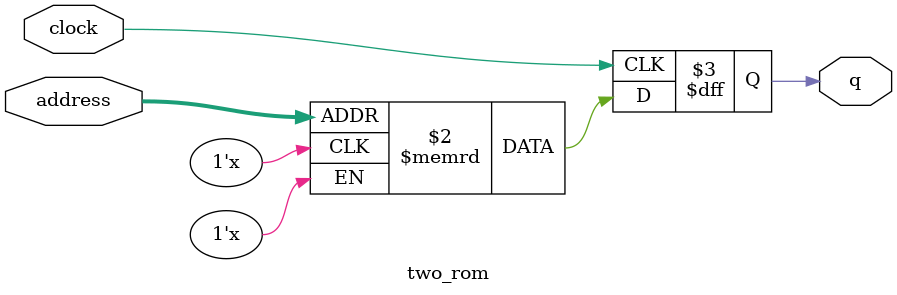
<source format=sv>
module two_rom (
	input logic clock,
	input logic [8:0] address,
	output logic [0:0] q
);

logic [0:0] memory [0:511] /* synthesis ram_init_file = "./two/two.COE" */;

always_ff @ (posedge clock) begin
	q <= memory[address];
end

endmodule

</source>
